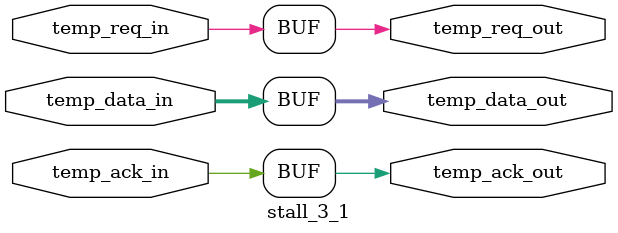
<source format=v>
module stall_3_1(temp_req_in,temp_ack_in,temp_data_in,temp_req_out,temp_ack_out,temp_data_out);
  input temp_req_in;
  input [2:0] temp_data_in;
  input temp_ack_in;
  output reg temp_req_out;
  output  reg temp_ack_out;
  output reg [2:0] temp_data_out;
  
  always @(*)
  begin
    #3;
    temp_req_out <= temp_req_in;
    temp_ack_out <= temp_ack_in;
    temp_data_out <= temp_data_in;
    
  end
  
endmodule
  


</source>
